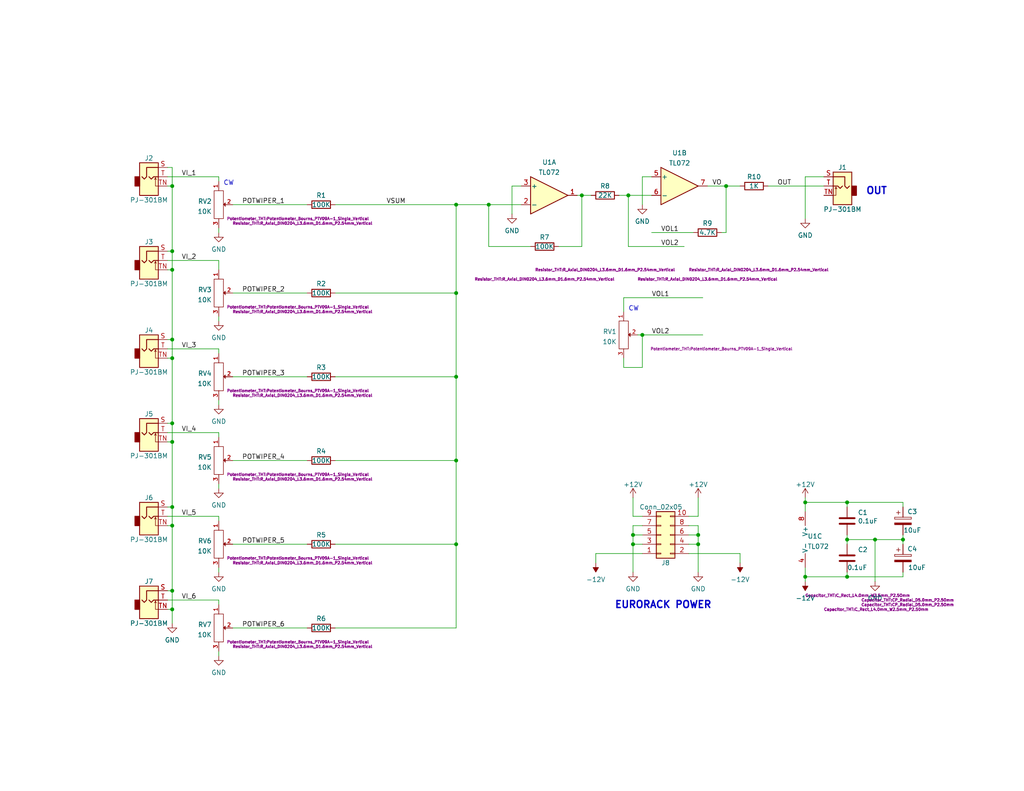
<source format=kicad_sch>
(kicad_sch (version 20211123) (generator eeschema)
  (paper "A")
  (title_block (title "SYNTH-MIXER6-01") (date "2022-09-28") (rev "1") (comment 1 "6 CHANNEL MIXER") (comment 2 "https://note.com/solder_state/n/nffc1a33053be"))
  (lib_symbols
    (symbol "Amplifier_Operational:TL072" (pin_names (offset 0.127))
      (property "Reference" "U" (at 0 5.08 0))
      (property "Value" "TL072" (at 0 -5.08 0))
      (symbol "TL072_1_1"
        (polyline (pts (xy -5.08 5.08) (xy 5.08 0) (xy -5.08 -5.08) (xy -5.08 5.08)) (stroke (width 0.254)) (fill (type background)))
        (pin output line (at 7.62 0 180) (length 2.54) (name "~") (number "1"))
        (pin input line (at -7.62 -2.54 0) (length 2.54) (name "-") (number "2"))
        (pin input line (at -7.62 2.54 0) (length 2.54) (name "+") (number "3"))
      )
      (symbol "TL072_2_1"
        (polyline (pts (xy -5.08 5.08) (xy 5.08 0) (xy -5.08 -5.08) (xy -5.08 5.08)) (stroke (width 0.254)) (fill (type background)))
        (pin input line (at -7.62 2.54 0) (length 2.54) (name "+") (number "5"))
        (pin input line (at -7.62 -2.54 0) (length 2.54) (name "-") (number "6"))
        (pin output line (at 7.62 0 180) (length 2.54) (name "~") (number "7"))
      )
      (symbol "TL072_3_1"
        (pin power_in line (at -2.54 -7.62 90) (length 3.81) (name "V-") (number "4"))
        (pin power_in line (at -2.54 7.62 270) (length 3.81) (name "V+") (number "8"))
      )
    )
    (symbol "Connector:AudioJack2_SwitchT"
      (property "Reference" "J" (at 0 8.89 0))
      (property "Value" "AudioJack2_SwitchT" (at 0 6.35 0))
      (symbol "AudioJack2_SwitchT_0_1"
        (rectangle (start -2.54 0) (end -3.81 -2.54) (stroke (width 0.254)) (fill (type outline)))
        (polyline (pts (xy 1.778 -0.254) (xy 2.032 -0.762)))
        (polyline (pts (xy 0 0) (xy 0.635 -0.635) (xy 1.27 0) (xy 2.54 0)) (stroke (width 0.254)))
        (polyline (pts (xy 2.54 -2.54) (xy 1.778 -2.54) (xy 1.778 -0.254) (xy 1.524 -0.762)))
        (polyline (pts (xy 2.54 2.54) (xy -0.635 2.54) (xy -0.635 0) (xy -1.27 -0.635) (xy -1.905 0)) (stroke (width 0.254)))
        (rectangle (start 2.54 3.81) (end -2.54 -5.08) (stroke (width 0.254)) (fill (type background)))
      )
      (symbol "AudioJack2_SwitchT_1_1"
        (pin passive line (at 5.08 2.54 180) (length 2.54) (name "~") (number "S"))
        (pin passive line (at 5.08 0 180) (length 2.54) (name "~") (number "T"))
        (pin passive line (at 5.08 -2.54 180) (length 2.54) (name "~") (number "TN"))
      )
    )
    (symbol "Connector_Generic:Conn_02x05_Odd_Even" (pin_names (offset 1.016) hide)
      (property "Reference" "J" (at 1.27 7.62 0))
      (property "Value" "Conn_02x05_Odd_Even" (at 1.27 -7.62 0))
      (symbol "Conn_02x05_Odd_Even_1_1"
        (rectangle (start -1.27 -4.953) (end 0 -5.207) (stroke (width 0.1524)))
        (rectangle (start -1.27 -2.413) (end 0 -2.667) (stroke (width 0.1524)))
        (rectangle (start -1.27 0.127) (end 0 -0.127) (stroke (width 0.1524)))
        (rectangle (start -1.27 2.667) (end 0 2.413) (stroke (width 0.1524)))
        (rectangle (start -1.27 5.207) (end 0 4.953) (stroke (width 0.1524)))
        (rectangle (start -1.27 6.35) (end 3.81 -6.35) (stroke (width 0.254)) (fill (type background)))
        (rectangle (start 3.81 -4.953) (end 2.54 -5.207) (stroke (width 0.1524)))
        (rectangle (start 3.81 -2.413) (end 2.54 -2.667) (stroke (width 0.1524)))
        (rectangle (start 3.81 0.127) (end 2.54 -0.127) (stroke (width 0.1524)))
        (rectangle (start 3.81 2.667) (end 2.54 2.413) (stroke (width 0.1524)))
        (rectangle (start 3.81 5.207) (end 2.54 4.953) (stroke (width 0.1524)))
        (pin passive line (at -5.08 5.08 0) (length 3.81) (name "Pin_1") (number "1"))
        (pin passive line (at 7.62 -5.08 180) (length 3.81) (name "Pin_10") (number "10"))
        (pin passive line (at 7.62 5.08 180) (length 3.81) (name "Pin_2") (number "2"))
        (pin passive line (at -5.08 2.54 0) (length 3.81) (name "Pin_3") (number "3"))
        (pin passive line (at 7.62 2.54 180) (length 3.81) (name "Pin_4") (number "4"))
        (pin passive line (at -5.08 0 0) (length 3.81) (name "Pin_5") (number "5"))
        (pin passive line (at 7.62 0 180) (length 3.81) (name "Pin_6") (number "6"))
        (pin passive line (at -5.08 -2.54 0) (length 3.81) (name "Pin_7") (number "7"))
        (pin passive line (at 7.62 -2.54 180) (length 3.81) (name "Pin_8") (number "8"))
        (pin passive line (at -5.08 -5.08 0) (length 3.81) (name "Pin_9") (number "9"))
      )
    )
    (symbol "Device:C" (pin_numbers hide) (pin_names (offset 0.254))
      (property "Reference" "C" (at 0.635 2.54 0))
      (property "Value" "C" (at 0.635 -2.54 0))
      (symbol "C_0_1"
        (polyline (pts (xy -2.032 -0.762) (xy 2.032 -0.762)) (stroke (width 0.508)))
        (polyline (pts (xy -2.032 0.762) (xy 2.032 0.762)) (stroke (width 0.508)))
      )
      (symbol "C_1_1"
        (pin passive line (at 0 3.81 270) (length 2.794) (name "~") (number "1"))
        (pin passive line (at 0 -3.81 90) (length 2.794) (name "~") (number "2"))
      )
    )
    (symbol "Device:C_Polarized" (pin_numbers hide) (pin_names (offset 0.254))
      (property "Reference" "C" (at 0.635 2.54 0))
      (property "Value" "C_Polarized" (at 0.635 -2.54 0))
      (symbol "C_Polarized_0_1"
        (rectangle (start -2.286 0.508) (end 2.286 1.016))
        (polyline (pts (xy -1.778 2.286) (xy -0.762 2.286)))
        (polyline (pts (xy -1.27 2.794) (xy -1.27 1.778)))
        (rectangle (start 2.286 -0.508) (end -2.286 -1.016) (fill (type outline)))
      )
      (symbol "C_Polarized_1_1"
        (pin passive line (at 0 3.81 270) (length 2.794) (name "~") (number "1"))
        (pin passive line (at 0 -3.81 90) (length 2.794) (name "~") (number "2"))
      )
    )
    (symbol "Device:R" (pin_numbers hide) (pin_names (offset 0))
      (property "Reference" "R" (at 2.032 0 90))
      (property "Value" "R" (at 0 0 90))
      (symbol "R_0_1"
        (rectangle (start -1.016 -2.54) (end 1.016 2.54) (stroke (width 0.254)))
      )
      (symbol "R_1_1"
        (pin passive line (at 0 3.81 270) (length 1.27) (name "~") (number "1"))
        (pin passive line (at 0 -3.81 90) (length 1.27) (name "~") (number "2"))
      )
    )
    (symbol "LandBoards:POT" (pin_names (offset 1.016) hide)
      (property "Reference" "RV" (at 0 -2.54 0))
      (property "Value" "POT" (at 0 0 0))
      (symbol "POT_0_1"
        (rectangle (start -3.81 1.27) (end 3.81 -1.27))
        (polyline (pts (xy 0 1.27) (xy -0.508 1.778) (xy 0.508 1.778)) (fill (type outline)))
      )
      (symbol "POT_1_1"
        (pin passive line (at -6.35 0 0) (length 2.54) (name "1") (number "1"))
        (pin passive line (at 0 3.81 270) (length 2.032) (name "2") (number "2"))
        (pin passive line (at 6.35 0 180) (length 2.54) (name "3") (number "3"))
      )
    )
    (symbol "power:+12V" (power) (pin_names (offset 0))
      (property "Value" "+12V" (at 0 3.556 0))
      (symbol "+12V_0_1"
        (polyline (pts (xy -0.762 1.27) (xy 0 2.54)))
        (polyline (pts (xy 0 0) (xy 0 2.54)))
        (polyline (pts (xy 0 2.54) (xy 0.762 1.27)))
      )
      (symbol "+12V_1_1"
        (pin power_in line (at 0 0 90) (length 0) hide (name "+12V") (number "1"))
      )
    )
    (symbol "power:-12V" (power) (pin_names (offset 0))
      (property "Value" "-12V" (at 0 3.81 0))
      (symbol "-12V_0_0"
        (pin power_in line (at 0 0 90) (length 0) hide (name "-12V") (number "1"))
      )
      (symbol "-12V_0_1"
        (polyline (pts (xy 0 0) (xy 0 1.27) (xy 0.762 1.27) (xy 0 2.54) (xy -0.762 1.27) (xy 0 1.27)) (fill (type outline)))
      )
    )
    (symbol "power:GND" (power) (pin_names (offset 0))
      (property "Value" "GND" (at 0 -3.81 0))
      (symbol "GND_0_1"
        (polyline (pts (xy 0 0) (xy 0 -1.27) (xy 1.27 -1.27) (xy 0 -2.54) (xy -1.27 -1.27) (xy 0 -1.27)))
      )
      (symbol "GND_1_1"
        (pin power_in line (at 0 0 270) (length 0) hide (name "GND") (number "1"))
      )
    )
  )
  (junction (at 133.35 55.88))
  (junction (at 46.99 68.58))
  (junction (at 124.46 102.87))
  (junction (at 46.99 50.8))
  (junction (at 124.46 55.88))
  (junction (at 46.99 161.29))
  (junction (at 219.71 137.16))
  (junction (at 238.76 147.32))
  (junction (at 172.72 146.05))
  (junction (at 124.46 80.01))
  (junction (at 46.99 97.79))
  (junction (at 46.99 138.43))
  (junction (at 171.45 53.34))
  (junction (at 124.46 125.73))
  (junction (at 46.99 115.57))
  (junction (at 46.99 143.51))
  (junction (at 175.26 91.44))
  (junction (at 219.71 157.48))
  (junction (at 46.99 92.71))
  (junction (at 190.5 148.59))
  (junction (at 231.14 157.48))
  (junction (at 124.46 148.59))
  (junction (at 231.14 147.32))
  (junction (at 46.99 120.65))
  (junction (at 231.14 137.16))
  (junction (at 246.38 147.32))
  (junction (at 172.72 148.59))
  (junction (at 46.99 73.66))
  (junction (at 198.12 50.8))
  (junction (at 158.75 53.34))
  (junction (at 190.5 146.05))
  (junction (at 46.99 166.37))
  (wire (pts (xy 172.72 143.51) (xy 172.72 146.05)))
  (wire (pts (xy 46.99 97.79) (xy 46.99 115.57)))
  (wire (pts (xy 91.44 125.73) (xy 124.46 125.73)))
  (wire (pts (xy 46.99 73.66) (xy 46.99 92.71)))
  (wire (pts (xy 59.69 109.22) (xy 59.69 110.49)))
  (wire (pts (xy 175.26 91.44) (xy 191.77 91.44)))
  (wire (pts (xy 45.72 118.11) (xy 59.69 118.11)))
  (wire (pts (xy 46.99 143.51) (xy 45.72 143.51)))
  (wire (pts (xy 59.69 177.8) (xy 59.69 179.07)))
  (wire (pts (xy 59.69 86.36) (xy 59.69 87.63)))
  (wire (pts (xy 172.72 148.59) (xy 175.26 148.59)))
  (wire (pts (xy 231.14 137.16) (xy 246.38 137.16)))
  (wire (pts (xy 175.26 143.51) (xy 172.72 143.51)))
  (wire (pts (xy 124.46 55.88) (xy 133.35 55.88)))
  (wire (pts (xy 172.72 146.05) (xy 172.72 148.59)))
  (wire (pts (xy 124.46 80.01) (xy 124.46 102.87)))
  (wire (pts (xy 246.38 157.48) (xy 246.38 156.21)))
  (wire (pts (xy 238.76 147.32) (xy 246.38 147.32)))
  (wire (pts (xy 46.99 138.43) (xy 46.99 143.51)))
  (wire (pts (xy 46.99 120.65) (xy 46.99 138.43)))
  (wire (pts (xy 162.56 151.13) (xy 162.56 153.67)))
  (wire (pts (xy 190.5 135.89) (xy 190.5 140.97)))
  (wire (pts (xy 46.99 73.66) (xy 45.72 73.66)))
  (wire (pts (xy 246.38 137.16) (xy 246.38 138.43)))
  (wire (pts (xy 219.71 157.48) (xy 231.14 157.48)))
  (wire (pts (xy 246.38 147.32) (xy 246.38 146.05)))
  (wire (pts (xy 139.7 58.42) (xy 139.7 50.8)))
  (wire (pts (xy 45.72 163.83) (xy 59.69 163.83)))
  (wire (pts (xy 171.45 53.34) (xy 171.45 67.31)))
  (wire (pts (xy 175.26 151.13) (xy 162.56 151.13)))
  (wire (pts (xy 59.69 142.24) (xy 59.69 140.97)))
  (wire (pts (xy 46.99 166.37) (xy 46.99 170.18)))
  (wire (pts (xy 175.26 140.97) (xy 172.72 140.97)))
  (wire (pts (xy 46.99 50.8) (xy 46.99 68.58)))
  (wire (pts (xy 231.14 157.48) (xy 246.38 157.48)))
  (wire (pts (xy 45.72 140.97) (xy 59.69 140.97)))
  (wire (pts (xy 45.72 45.72) (xy 46.99 45.72)))
  (wire (pts (xy 46.99 45.72) (xy 46.99 50.8)))
  (wire (pts (xy 124.46 171.45) (xy 91.44 171.45)))
  (wire (pts (xy 59.69 48.26) (xy 59.69 49.53)))
  (wire (pts (xy 201.93 50.8) (xy 198.12 50.8)))
  (wire (pts (xy 177.8 63.5) (xy 189.23 63.5)))
  (wire (pts (xy 45.72 138.43) (xy 46.99 138.43)))
  (wire (pts (xy 231.14 146.05) (xy 231.14 147.32)))
  (wire (pts (xy 168.91 53.34) (xy 171.45 53.34)))
  (wire (pts (xy 59.69 73.66) (xy 59.69 71.12)))
  (wire (pts (xy 46.99 50.8) (xy 45.72 50.8)))
  (wire (pts (xy 91.44 148.59) (xy 124.46 148.59)))
  (wire (pts (xy 83.82 102.87) (xy 63.5 102.87)))
  (wire (pts (xy 157.48 53.34) (xy 158.75 53.34)))
  (wire (pts (xy 175.26 55.88) (xy 175.26 48.26)))
  (wire (pts (xy 144.78 67.31) (xy 133.35 67.31)))
  (wire (pts (xy 187.96 151.13) (xy 201.93 151.13)))
  (wire (pts (xy 133.35 55.88) (xy 142.24 55.88)))
  (wire (pts (xy 190.5 148.59) (xy 190.5 156.21)))
  (wire (pts (xy 158.75 67.31) (xy 152.4 67.31)))
  (wire (pts (xy 91.44 102.87) (xy 124.46 102.87)))
  (wire (pts (xy 45.72 92.71) (xy 46.99 92.71)))
  (wire (pts (xy 45.72 68.58) (xy 46.99 68.58)))
  (wire (pts (xy 190.5 143.51) (xy 190.5 146.05)))
  (wire (pts (xy 196.85 63.5) (xy 198.12 63.5)))
  (wire (pts (xy 83.82 148.59) (xy 63.5 148.59)))
  (wire (pts (xy 187.96 140.97) (xy 190.5 140.97)))
  (wire (pts (xy 170.18 100.33) (xy 175.26 100.33)))
  (wire (pts (xy 187.96 143.51) (xy 190.5 143.51)))
  (wire (pts (xy 158.75 53.34) (xy 158.75 67.31)))
  (wire (pts (xy 187.96 148.59) (xy 190.5 148.59)))
  (wire (pts (xy 219.71 157.48) (xy 219.71 158.75)))
  (wire (pts (xy 172.72 135.89) (xy 172.72 140.97)))
  (wire (pts (xy 45.72 115.57) (xy 46.99 115.57)))
  (wire (pts (xy 139.7 50.8) (xy 142.24 50.8)))
  (wire (pts (xy 219.71 135.89) (xy 219.71 137.16)))
  (wire (pts (xy 46.99 68.58) (xy 46.99 73.66)))
  (wire (pts (xy 219.71 48.26) (xy 219.71 59.69)))
  (wire (pts (xy 124.46 148.59) (xy 124.46 171.45)))
  (wire (pts (xy 59.69 132.08) (xy 59.69 133.35)))
  (wire (pts (xy 219.71 137.16) (xy 219.71 139.7)))
  (wire (pts (xy 170.18 81.28) (xy 191.77 81.28)))
  (wire (pts (xy 231.14 147.32) (xy 238.76 147.32)))
  (wire (pts (xy 219.71 154.94) (xy 219.71 157.48)))
  (wire (pts (xy 231.14 156.21) (xy 231.14 157.48)))
  (wire (pts (xy 46.99 161.29) (xy 46.99 166.37)))
  (wire (pts (xy 59.69 96.52) (xy 59.69 95.25)))
  (wire (pts (xy 46.99 92.71) (xy 46.99 97.79)))
  (wire (pts (xy 231.14 137.16) (xy 231.14 138.43)))
  (wire (pts (xy 172.72 148.59) (xy 172.72 156.21)))
  (wire (pts (xy 133.35 67.31) (xy 133.35 55.88)))
  (wire (pts (xy 124.46 125.73) (xy 124.46 148.59)))
  (wire (pts (xy 201.93 151.13) (xy 201.93 153.67)))
  (wire (pts (xy 46.99 143.51) (xy 46.99 161.29)))
  (wire (pts (xy 59.69 62.23) (xy 59.69 63.5)))
  (wire (pts (xy 46.99 97.79) (xy 45.72 97.79)))
  (wire (pts (xy 45.72 48.26) (xy 59.69 48.26)))
  (wire (pts (xy 175.26 91.44) (xy 175.26 100.33)))
  (wire (pts (xy 190.5 146.05) (xy 190.5 148.59)))
  (wire (pts (xy 59.69 165.1) (xy 59.69 163.83)))
  (wire (pts (xy 45.72 161.29) (xy 46.99 161.29)))
  (wire (pts (xy 209.55 50.8) (xy 224.79 50.8)))
  (wire (pts (xy 173.99 91.44) (xy 175.26 91.44)))
  (wire (pts (xy 175.26 48.26) (xy 177.8 48.26)))
  (wire (pts (xy 83.82 171.45) (xy 63.5 171.45)))
  (wire (pts (xy 46.99 166.37) (xy 45.72 166.37)))
  (wire (pts (xy 171.45 67.31) (xy 186.69 67.31)))
  (wire (pts (xy 45.72 95.25) (xy 59.69 95.25)))
  (wire (pts (xy 91.44 80.01) (xy 124.46 80.01)))
  (wire (pts (xy 171.45 53.34) (xy 177.8 53.34)))
  (wire (pts (xy 59.69 119.38) (xy 59.69 118.11)))
  (wire (pts (xy 170.18 97.79) (xy 170.18 100.33)))
  (wire (pts (xy 246.38 148.59) (xy 246.38 147.32)))
  (wire (pts (xy 219.71 137.16) (xy 231.14 137.16)))
  (wire (pts (xy 91.44 55.88) (xy 124.46 55.88)))
  (wire (pts (xy 63.5 80.01) (xy 83.82 80.01)))
  (wire (pts (xy 158.75 53.34) (xy 161.29 53.34)))
  (wire (pts (xy 231.14 147.32) (xy 231.14 148.59)))
  (wire (pts (xy 187.96 146.05) (xy 190.5 146.05)))
  (wire (pts (xy 172.72 146.05) (xy 175.26 146.05)))
  (wire (pts (xy 170.18 85.09) (xy 170.18 81.28)))
  (wire (pts (xy 124.46 55.88) (xy 124.46 80.01)))
  (wire (pts (xy 59.69 154.94) (xy 59.69 156.21)))
  (wire (pts (xy 224.79 48.26) (xy 219.71 48.26)))
  (wire (pts (xy 124.46 102.87) (xy 124.46 125.73)))
  (wire (pts (xy 198.12 63.5) (xy 198.12 50.8)))
  (wire (pts (xy 238.76 147.32) (xy 238.76 158.75)))
  (wire (pts (xy 46.99 115.57) (xy 46.99 120.65)))
  (wire (pts (xy 45.72 71.12) (xy 59.69 71.12)))
  (wire (pts (xy 198.12 50.8) (xy 193.04 50.8)))
  (wire (pts (xy 63.5 55.88) (xy 83.82 55.88)))
  (wire (pts (xy 83.82 125.73) (xy 63.5 125.73)))
  (wire (pts (xy 46.99 120.65) (xy 45.72 120.65)))
  (text "CW" (at 171.45 85.09 0) (effects (font (size 1.27 1.27)) (justify left bottom)))
  (text "EURORACK POWER" (at 167.64 166.37 0) (effects (font (size 1.905 1.905) (thickness 0.381) bold) (justify left bottom)))
  (text "CW" (at 60.96 50.8 0) (effects (font (size 1.27 1.27)) (justify left bottom)))
  (text "OUT" (at 236.22 53.34 0) (effects (font (size 1.905 1.905) (thickness 0.381) bold) (justify left bottom)))
  (label "VOL2" (at 180.34 67.31 0))
  (label "VI_2" (at 49.53 71.12 0))
  (label "POTWIPER_2" (at 66.04 80.01 0))
  (label "POTWIPER_3" (at 66.04 102.87 0))
  (label "VSUM" (at 105.41 55.88 0))
  (label "VI_3" (at 49.53 95.25 0))
  (label "OUT" (at 212.09 50.8 0))
  (label "VI_4" (at 49.53 118.11 0))
  (label "POTWIPER_1" (at 66.04 55.88 0))
  (label "VOL2" (at 177.8 91.44 0))
  (label "VOL1" (at 180.34 63.5 0))
  (label "VO" (at 194.31 50.8 0))
  (label "POTWIPER_5" (at 66.04 148.59 0))
  (label "VI_5" (at 49.53 140.97 0))
  (label "VI_1" (at 49.53 48.26 0))
  (label "POTWIPER_4" (at 66.04 125.73 0))
  (label "POTWIPER_6" (at 66.04 171.45 0))
  (label "VI_6" (at 49.53 163.83 0))
  (label "VOL1" (at 177.8 81.28 0))
  (symbol (lib_id "power:GND") (at 172.72 156.21 0) (unit 1)
    (property "Reference" "#PWR0114" (effects hide))
    (property "Value" "GND" (at 172.72 160.7725 0))
  )
  (symbol (lib_id "Device:R") (at 87.63 148.59 90) (unit 1)
    (property "Reference" "R5" (at 87.63 146.05 90))
    (property "Value" "100K" (at 87.63 148.59 90))
    (property "Footprint" "Resistor_THT:R_Axial_DIN0204_L3.6mm_D1.6mm_P2.54mm_Vertical" (at 82.55 153.67 90) (effects (font (size 0.762 0.762))))
    (property "Datasheet" "https://www.mouser.com/ProductDetail/Xicon/299-2.2K-RC?qs=QaPBMFBEHz3RDbXknTj%252ByA%3D%3D" (effects hide))
  )
  (symbol (lib_id "Connector:AudioJack2_SwitchT") (at 40.64 163.83 0) (unit 1)
    (property "Reference" "J7" (at 40.64 158.75 0))
    (property "Value" "PJ-301BM" (at 40.64 170.18 0))
    (property "Footprint" "AudioJacks:Jack_3.5mm_QingPu_WQP-PJ301BM_Vertical" (effects hide))
    (property "Datasheet" "https://www.taydaelectronics.com/pj-301bm-3-5-mm-mono-phone-jack.html" (effects hide))
  )
  (symbol (lib_id "power:+12V") (at 190.5 135.89 0) (unit 1)
    (property "Reference" "#PWR0115" (effects hide))
    (property "Value" "+12V" (at 190.5 132.2855 0))
  )
  (symbol (lib_id "power:GND") (at 59.69 63.5 0) (unit 1)
    (property "Reference" "#PWR0101" (effects hide))
    (property "Value" "GND" (at 59.69 68.0625 0))
  )
  (symbol (lib_id "Connector:AudioJack2_SwitchT") (at 229.87 50.8 0) (mirror y) (unit 1)
    (property "Reference" "J1" (at 229.87 45.72 0))
    (property "Value" "PJ-301BM" (at 229.87 57.15 0))
    (property "Footprint" "AudioJacks:Jack_3.5mm_QingPu_WQP-PJ301BM_Vertical" (effects hide))
    (property "Datasheet" "https://www.taydaelectronics.com/pj-301bm-3-5-mm-mono-phone-jack.html" (effects hide))
  )
  (symbol (lib_id "LandBoards:POT") (at 59.69 171.45 270) (unit 1)
    (property "Reference" "RV7" (at 57.7851 170.5415 90) (effects (justify right)))
    (property "Value" "10K" (at 57.7851 173.3166 90) (effects (justify right)))
    (property "Footprint" "Potentiometer_THT:Potentiometer_Bourns_PTV09A-1_Single_Vertical" (at 81.28 175.26 90) (effects (font (size 0.762 0.762))))
  )
  (symbol (lib_id "Connector:AudioJack2_SwitchT") (at 40.64 71.12 0) (unit 1)
    (property "Reference" "J3" (at 40.64 66.04 0))
    (property "Value" "PJ-301BM" (at 40.64 77.47 0))
    (property "Footprint" "AudioJacks:Jack_3.5mm_QingPu_WQP-PJ301BM_Vertical" (effects hide))
    (property "Datasheet" "https://www.taydaelectronics.com/pj-301bm-3-5-mm-mono-phone-jack.html" (effects hide))
  )
  (symbol (lib_id "power:GND") (at 59.69 133.35 0) (unit 1)
    (property "Reference" "#PWR0111" (effects hide))
    (property "Value" "GND" (at 59.69 137.9125 0))
  )
  (symbol (lib_id "Device:R") (at 87.63 55.88 90) (unit 1)
    (property "Reference" "R1" (at 87.63 53.34 90))
    (property "Value" "100K" (at 87.63 55.88 90))
    (property "Footprint" "Resistor_THT:R_Axial_DIN0204_L3.6mm_D1.6mm_P2.54mm_Vertical" (at 82.55 60.96 90) (effects (font (size 0.762 0.762))))
    (property "Datasheet" "https://www.mouser.com/ProductDetail/Xicon/299-2.2K-RC?qs=QaPBMFBEHz3RDbXknTj%252ByA%3D%3D" (effects hide))
  )
  (symbol (lib_id "Amplifier_Operational:TL072") (at 185.42 50.8 0) (unit 2)
    (property "Reference" "U1" (at 185.42 41.7535 0))
    (property "Value" "TL072" (at 185.42 44.5286 0))
    (property "Footprint" "Package_DIP:DIP-8_W7.62mm" (effects hide))
    (property "Datasheet" "https://store.synthrotek.com/TL072P-Op-Amp_p_418.html" (effects hide))
  )
  (symbol (lib_id "Device:R") (at 87.63 102.87 90) (unit 1)
    (property "Reference" "R3" (at 87.63 100.33 90))
    (property "Value" "100K" (at 87.63 102.87 90))
    (property "Footprint" "Resistor_THT:R_Axial_DIN0204_L3.6mm_D1.6mm_P2.54mm_Vertical" (at 82.55 107.95 90) (effects (font (size 0.762 0.762))))
    (property "Datasheet" "https://www.mouser.com/ProductDetail/Xicon/299-2.2K-RC?qs=QaPBMFBEHz3RDbXknTj%252ByA%3D%3D" (effects hide))
  )
  (symbol (lib_id "power:+12V") (at 219.71 135.89 0) (unit 1)
    (property "Reference" "#PWR0107" (effects hide))
    (property "Value" "+12V" (at 219.71 132.2855 0))
  )
  (symbol (lib_id "LandBoards:POT") (at 59.69 125.73 270) (unit 1)
    (property "Reference" "RV5" (at 57.7851 124.8215 90) (effects (justify right)))
    (property "Value" "10K" (at 57.7851 127.5966 90) (effects (justify right)))
    (property "Footprint" "Potentiometer_THT:Potentiometer_Bourns_PTV09A-1_Single_Vertical" (at 81.28 129.54 90) (effects (font (size 0.762 0.762))))
  )
  (symbol (lib_id "power:GND") (at 238.76 158.75 0) (unit 1)
    (property "Reference" "#PWR0106" (effects hide))
    (property "Value" "GND" (at 238.76 163.3125 0))
  )
  (symbol (lib_id "Device:R") (at 205.74 50.8 90) (unit 1)
    (property "Reference" "R10" (at 205.74 48.26 90))
    (property "Value" "1K" (at 205.74 50.8 90))
    (property "Footprint" "Resistor_THT:R_Axial_DIN0204_L3.6mm_D1.6mm_P2.54mm_Vertical" (at 207.01 73.66 90) (effects (font (size 0.762 0.762))))
    (property "Datasheet" "https://www.mouser.com/ProductDetail/Xicon/299-2.2K-RC?qs=QaPBMFBEHz3RDbXknTj%252ByA%3D%3D" (effects hide))
  )
  (symbol (lib_id "power:GND") (at 46.99 170.18 0) (unit 1)
    (property "Reference" "#PWR0102" (effects hide))
    (property "Value" "GND" (at 46.99 174.7425 0))
  )
  (symbol (lib_id "Device:R") (at 165.1 53.34 90) (unit 1)
    (property "Reference" "R8" (at 165.1 50.8 90))
    (property "Value" "22K" (at 165.1 53.34 90))
    (property "Footprint" "Resistor_THT:R_Axial_DIN0204_L3.6mm_D1.6mm_P2.54mm_Vertical" (at 165.1 73.66 90) (effects (font (size 0.762 0.762))))
    (property "Datasheet" "https://www.mouser.com/ProductDetail/Xicon/299-2.2K-RC?qs=QaPBMFBEHz3RDbXknTj%252ByA%3D%3D" (effects hide))
  )
  (symbol (lib_id "power:GND") (at 139.7 58.42 0) (unit 1)
    (property "Reference" "#PWR0117" (effects hide))
    (property "Value" "GND" (at 139.7 62.9825 0))
  )
  (symbol (lib_id "power:GND") (at 59.69 179.07 0) (unit 1)
    (property "Reference" "#PWR0104" (effects hide))
    (property "Value" "GND" (at 59.69 183.6325 0))
  )
  (symbol (lib_id "Device:C_Polarized") (at 246.38 152.4 0) (unit 1)
    (property "Reference" "C4" (at 248.92 149.86 0))
    (property "Value" "10uF" (at 250.19 154.94 0))
    (property "Footprint" "Capacitor_THT:CP_Radial_D5.0mm_P2.50mm" (at 247.65 163.83 0) (effects (font (size 0.762 0.762))))
    (property "Datasheet" "https://www.mouser.com/ProductDetail/140-REA470M1CBK0511P" (effects hide))
  )
  (symbol (lib_id "LandBoards:POT") (at 59.69 80.01 270) (unit 1)
    (property "Reference" "RV3" (at 57.7851 79.1015 90) (effects (justify right)))
    (property "Value" "10K" (at 57.7851 81.8766 90) (effects (justify right)))
    (property "Footprint" "Potentiometer_THT:Potentiometer_Bourns_PTV09A-1_Single_Vertical" (at 81.28 83.82 90) (effects (font (size 0.762 0.762))))
  )
  (symbol (lib_id "power:GND") (at 59.69 110.49 0) (unit 1)
    (property "Reference" "#PWR0108" (effects hide))
    (property "Value" "GND" (at 59.69 115.0525 0))
  )
  (symbol (lib_id "Device:R") (at 87.63 125.73 90) (unit 1)
    (property "Reference" "R4" (at 87.63 123.19 90))
    (property "Value" "100K" (at 87.63 125.73 90))
    (property "Footprint" "Resistor_THT:R_Axial_DIN0204_L3.6mm_D1.6mm_P2.54mm_Vertical" (at 82.55 130.81 90) (effects (font (size 0.762 0.762))))
    (property "Datasheet" "https://www.mouser.com/ProductDetail/Xicon/299-2.2K-RC?qs=QaPBMFBEHz3RDbXknTj%252ByA%3D%3D" (effects hide))
  )
  (symbol (lib_id "power:GND") (at 190.5 156.21 0) (unit 1)
    (property "Reference" "#PWR0112" (effects hide))
    (property "Value" "GND" (at 190.5 160.7725 0))
  )
  (symbol (lib_id "power:+12V") (at 172.72 135.89 0) (unit 1)
    (property "Reference" "#PWR0116" (effects hide))
    (property "Value" "+12V" (at 172.72 132.2855 0))
  )
  (symbol (lib_id "power:GND") (at 175.26 55.88 0) (unit 1)
    (property "Reference" "#PWR0118" (effects hide))
    (property "Value" "GND" (at 175.26 60.4425 0))
  )
  (symbol (lib_id "LandBoards:POT") (at 59.69 148.59 270) (unit 1)
    (property "Reference" "RV6" (at 57.7851 147.6815 90) (effects (justify right)))
    (property "Value" "10K" (at 57.7851 150.4566 90) (effects (justify right)))
    (property "Footprint" "Potentiometer_THT:Potentiometer_Bourns_PTV09A-1_Single_Vertical" (at 81.28 152.4 90) (effects (font (size 0.762 0.762))))
  )
  (symbol (lib_id "Device:C_Polarized") (at 246.38 142.24 0) (unit 1)
    (property "Reference" "C3" (at 248.92 139.7 0))
    (property "Value" "10uF" (at 248.92 144.78 0))
    (property "Footprint" "Capacitor_THT:CP_Radial_D5.0mm_P2.50mm" (at 247.65 165.1 0) (effects (font (size 0.762 0.762))))
    (property "Datasheet" "https://www.mouser.com/ProductDetail/140-REA470M1CBK0511P" (effects hide))
  )
  (symbol (lib_id "power:-12V") (at 162.56 153.67 180) (unit 1)
    (property "Reference" "#PWR0110" (effects hide))
    (property "Value" "-12V" (at 162.56 158.2325 0))
  )
  (symbol (lib_id "Device:C") (at 231.14 152.4 0) (unit 1)
    (property "Reference" "C2" (at 234.061 150.0886 0) (effects (justify left)))
    (property "Value" "0.1uF" (at 231.14 154.94 0) (effects (justify left)))
    (property "Footprint" "Capacitor_THT:C_Rect_L4.0mm_W2.5mm_P2.50mm" (at 219.71 162.56 0) (effects (font (size 0.762 0.762)) (justify left)))
    (property "Datasheet" "https://www.mouser.com/ProductDetail/TDK/FG18X7R1H473KNT06?qs=qf2ddTMq67Ua7q%2FdN4IhqA%3D%3D" (effects hide))
  )
  (symbol (lib_id "LandBoards:POT") (at 59.69 102.87 270) (unit 1)
    (property "Reference" "RV4" (at 57.7851 101.9615 90) (effects (justify right)))
    (property "Value" "10K" (at 57.7851 104.7366 90) (effects (justify right)))
    (property "Footprint" "Potentiometer_THT:Potentiometer_Bourns_PTV09A-1_Single_Vertical" (at 81.28 106.68 90) (effects (font (size 0.762 0.762))))
  )
  (symbol (lib_id "power:-12V") (at 201.93 153.67 180) (unit 1)
    (property "Reference" "#PWR0113" (effects hide))
    (property "Value" "-12V" (at 201.93 158.2325 0))
  )
  (symbol (lib_id "Device:R") (at 87.63 80.01 90) (unit 1)
    (property "Reference" "R2" (at 87.63 77.47 90))
    (property "Value" "100K" (at 87.63 80.01 90))
    (property "Footprint" "Resistor_THT:R_Axial_DIN0204_L3.6mm_D1.6mm_P2.54mm_Vertical" (at 82.55 85.09 90) (effects (font (size 0.762 0.762))))
    (property "Datasheet" "https://www.mouser.com/ProductDetail/Xicon/299-2.2K-RC?qs=QaPBMFBEHz3RDbXknTj%252ByA%3D%3D" (effects hide))
  )
  (symbol (lib_id "Connector:AudioJack2_SwitchT") (at 40.64 48.26 0) (unit 1)
    (property "Reference" "J2" (at 40.64 43.18 0))
    (property "Value" "PJ-301BM" (at 40.64 54.61 0))
    (property "Footprint" "AudioJacks:Jack_3.5mm_QingPu_WQP-PJ301BM_Vertical" (effects hide))
    (property "Datasheet" "https://www.taydaelectronics.com/pj-301bm-3-5-mm-mono-phone-jack.html" (effects hide))
  )
  (symbol (lib_id "Device:R") (at 87.63 171.45 90) (unit 1)
    (property "Reference" "R6" (at 87.63 168.91 90))
    (property "Value" "100K" (at 87.63 171.45 90))
    (property "Footprint" "Resistor_THT:R_Axial_DIN0204_L3.6mm_D1.6mm_P2.54mm_Vertical" (at 82.55 176.53 90) (effects (font (size 0.762 0.762))))
    (property "Datasheet" "https://www.mouser.com/ProductDetail/Xicon/299-2.2K-RC?qs=QaPBMFBEHz3RDbXknTj%252ByA%3D%3D" (effects hide))
  )
  (symbol (lib_id "Amplifier_Operational:TL072") (at 222.25 147.32 0) (unit 3)
    (property "Reference" "U1" (at 220.345 146.4115 0) (effects (justify left)))
    (property "Value" "TL072" (at 220.345 149.1866 0) (effects (justify left)))
    (property "Footprint" "Package_DIP:DIP-8_W7.62mm" (effects hide))
    (property "Datasheet" "https://store.synthrotek.com/TL072P-Op-Amp_p_418.html" (effects hide))
  )
  (symbol (lib_id "Connector:AudioJack2_SwitchT") (at 40.64 140.97 0) (unit 1)
    (property "Reference" "J6" (at 40.64 135.89 0))
    (property "Value" "PJ-301BM" (at 40.64 147.32 0))
    (property "Footprint" "AudioJacks:Jack_3.5mm_QingPu_WQP-PJ301BM_Vertical" (effects hide))
    (property "Datasheet" "https://www.taydaelectronics.com/pj-301bm-3-5-mm-mono-phone-jack.html" (effects hide))
  )
  (symbol (lib_id "Connector:AudioJack2_SwitchT") (at 40.64 95.25 0) (unit 1)
    (property "Reference" "J4" (at 40.64 90.17 0))
    (property "Value" "PJ-301BM" (at 40.64 101.6 0))
    (property "Footprint" "AudioJacks:Jack_3.5mm_QingPu_WQP-PJ301BM_Vertical" (effects hide))
    (property "Datasheet" "https://www.taydaelectronics.com/pj-301bm-3-5-mm-mono-phone-jack.html" (effects hide))
  )
  (symbol (lib_id "LandBoards:POT") (at 59.69 55.88 270) (unit 1)
    (property "Reference" "RV2" (at 57.7851 54.9715 90) (effects (justify right)))
    (property "Value" "10K" (at 57.7851 57.7466 90) (effects (justify right)))
    (property "Footprint" "Potentiometer_THT:Potentiometer_Bourns_PTV09A-1_Single_Vertical" (at 81.28 59.69 90) (effects (font (size 0.762 0.762))))
  )
  (symbol (lib_id "LandBoards:POT") (at 170.18 91.44 270) (unit 1)
    (property "Reference" "RV1" (at 168.2751 90.5315 90) (effects (justify right)))
    (property "Value" "10K" (at 168.2751 93.3066 90) (effects (justify right)))
    (property "Footprint" "Potentiometer_THT:Potentiometer_Bourns_PTV09A-1_Single_Vertical" (at 196.85 95.25 90) (effects (font (size 0.762 0.762))))
  )
  (symbol (lib_id "Device:R") (at 148.59 67.31 90) (unit 1)
    (property "Reference" "R7" (at 148.59 64.77 90))
    (property "Value" "100K" (at 148.59 67.31 90))
    (property "Footprint" "Resistor_THT:R_Axial_DIN0204_L3.6mm_D1.6mm_P2.54mm_Vertical" (at 148.59 76.2 90) (effects (font (size 0.762 0.762))))
    (property "Datasheet" "https://www.mouser.com/ProductDetail/Xicon/299-2.2K-RC?qs=QaPBMFBEHz3RDbXknTj%252ByA%3D%3D" (effects hide))
  )
  (symbol (lib_id "Connector_Generic:Conn_02x05_Odd_Even") (at 180.34 146.05 0) (mirror x) (unit 1)
    (property "Reference" "J8" (at 181.61 153.67 0))
    (property "Value" "Conn_02x05" (at 180.34 138.43 0))
    (property "Footprint" "Connector_IDC:IDC-Header_2x05_P2.54mm_Vertical" (effects hide))
    (property "Datasheet" "https://store.synthrotek.com/10-Pin_Keyed_Shrouded_Eurorack_Power_Header" (effects hide))
  )
  (symbol (lib_id "Amplifier_Operational:TL072") (at 149.86 53.34 0) (unit 1)
    (property "Reference" "U1" (at 149.86 44.2935 0))
    (property "Value" "TL072" (at 149.86 47.0686 0))
    (property "Footprint" "Package_DIP:DIP-8_W7.62mm" (effects hide))
    (property "Datasheet" "https://store.synthrotek.com/TL072P-Op-Amp_p_418.html" (effects hide))
  )
  (symbol (lib_id "power:GND") (at 59.69 87.63 0) (unit 1)
    (property "Reference" "#PWR0109" (effects hide))
    (property "Value" "GND" (at 59.69 92.1925 0))
  )
  (symbol (lib_id "Device:R") (at 193.04 63.5 90) (unit 1)
    (property "Reference" "R9" (at 193.04 60.96 90))
    (property "Value" "4.7K" (at 193.04 63.5 90))
    (property "Footprint" "Resistor_THT:R_Axial_DIN0204_L3.6mm_D1.6mm_P2.54mm_Vertical" (at 193.04 76.2 90) (effects (font (size 0.762 0.762))))
    (property "Datasheet" "https://www.mouser.com/ProductDetail/Xicon/299-2.2K-RC?qs=QaPBMFBEHz3RDbXknTj%252ByA%3D%3D" (effects hide))
  )
  (symbol (lib_id "Device:C") (at 231.14 142.24 0) (unit 1)
    (property "Reference" "C1" (at 234.061 139.9286 0) (effects (justify left)))
    (property "Value" "0.1uF" (at 234.061 142.24 0) (effects (justify left)))
    (property "Footprint" "Capacitor_THT:C_Rect_L4.0mm_W2.5mm_P2.50mm" (at 224.79 166.37 0) (effects (font (size 0.762 0.762)) (justify left)))
    (property "Datasheet" "https://www.mouser.com/ProductDetail/TDK/FG18X7R1H473KNT06?qs=qf2ddTMq67Ua7q%2FdN4IhqA%3D%3D" (effects hide))
  )
  (symbol (lib_id "power:GND") (at 219.71 59.69 0) (unit 1)
    (property "Reference" "#PWR0119" (effects hide))
    (property "Value" "GND" (at 219.71 64.2525 0))
  )
  (symbol (lib_id "power:-12V") (at 219.71 158.75 180) (unit 1)
    (property "Reference" "#PWR0105" (effects hide))
    (property "Value" "-12V" (at 219.71 163.3125 0))
  )
  (symbol (lib_id "Connector:AudioJack2_SwitchT") (at 40.64 118.11 0) (unit 1)
    (property "Reference" "J5" (at 40.64 113.03 0))
    (property "Value" "PJ-301BM" (at 40.64 124.46 0))
    (property "Footprint" "AudioJacks:Jack_3.5mm_QingPu_WQP-PJ301BM_Vertical" (effects hide))
    (property "Datasheet" "https://www.taydaelectronics.com/pj-301bm-3-5-mm-mono-phone-jack.html" (effects hide))
  )
  (symbol (lib_id "power:GND") (at 59.69 156.21 0) (unit 1)
    (property "Reference" "#PWR0103" (effects hide))
    (property "Value" "GND" (at 59.69 160.7725 0))
  )
)
</source>
